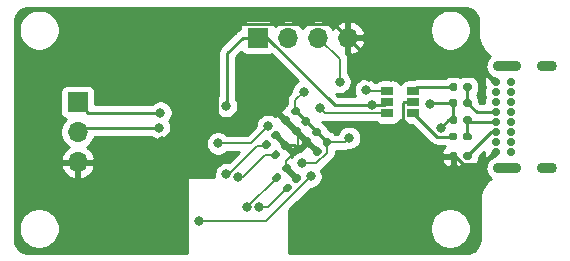
<source format=gbr>
%TF.GenerationSoftware,KiCad,Pcbnew,(5.1.10)-1*%
%TF.CreationDate,2022-11-03T02:13:26+01:00*%
%TF.ProjectId,can2usb,63616e32-7573-4622-9e6b-696361645f70,rev?*%
%TF.SameCoordinates,Original*%
%TF.FileFunction,Copper,L2,Bot*%
%TF.FilePolarity,Positive*%
%FSLAX46Y46*%
G04 Gerber Fmt 4.6, Leading zero omitted, Abs format (unit mm)*
G04 Created by KiCad (PCBNEW (5.1.10)-1) date 2022-11-03 02:13:26*
%MOMM*%
%LPD*%
G01*
G04 APERTURE LIST*
%TA.AperFunction,SMDPad,CuDef*%
%ADD10R,1.060000X0.650000*%
%TD*%
%TA.AperFunction,ComponentPad*%
%ADD11O,1.700000X0.900000*%
%TD*%
%TA.AperFunction,ComponentPad*%
%ADD12O,2.400000X0.900000*%
%TD*%
%TA.AperFunction,ComponentPad*%
%ADD13C,0.700000*%
%TD*%
%TA.AperFunction,ComponentPad*%
%ADD14O,1.700000X1.700000*%
%TD*%
%TA.AperFunction,ComponentPad*%
%ADD15R,1.700000X1.700000*%
%TD*%
%TA.AperFunction,ViaPad*%
%ADD16C,0.800000*%
%TD*%
%TA.AperFunction,Conductor*%
%ADD17C,0.250000*%
%TD*%
%TA.AperFunction,Conductor*%
%ADD18C,0.200000*%
%TD*%
%TA.AperFunction,Conductor*%
%ADD19C,0.254000*%
%TD*%
%TA.AperFunction,Conductor*%
%ADD20C,0.100000*%
%TD*%
G04 APERTURE END LIST*
%TO.P,C4,2*%
%TO.N,GND*%
%TA.AperFunction,SMDPad,CuDef*%
G36*
G01*
X136654978Y-83597819D02*
X136874181Y-83817022D01*
G75*
G02*
X136874181Y-84036226I-109602J-109602D01*
G01*
X136573660Y-84336747D01*
G75*
G02*
X136354456Y-84336747I-109602J109602D01*
G01*
X136135253Y-84117544D01*
G75*
G02*
X136135253Y-83898340I109602J109602D01*
G01*
X136435774Y-83597819D01*
G75*
G02*
X136654978Y-83597819I109602J-109602D01*
G01*
G37*
%TD.AperFunction*%
%TO.P,C4,1*%
%TO.N,+3V3*%
%TA.AperFunction,SMDPad,CuDef*%
G36*
G01*
X137457544Y-82795253D02*
X137676747Y-83014456D01*
G75*
G02*
X137676747Y-83233660I-109602J-109602D01*
G01*
X137376226Y-83534181D01*
G75*
G02*
X137157022Y-83534181I-109602J109602D01*
G01*
X136937819Y-83314978D01*
G75*
G02*
X136937819Y-83095774I109602J109602D01*
G01*
X137238340Y-82795253D01*
G75*
G02*
X137457544Y-82795253I109602J-109602D01*
G01*
G37*
%TD.AperFunction*%
%TD*%
D10*
%TO.P,U5,5*%
%TO.N,+5V*%
X142410000Y-79756000D03*
%TO.P,U5,6*%
%TO.N,USB_D-*%
X142410000Y-78806000D03*
%TO.P,U5,4*%
%TO.N,USB_D+*%
X142410000Y-80706000D03*
%TO.P,U5,3*%
%TO.N,USB_CONN_D+*%
X144610000Y-80706000D03*
%TO.P,U5,2*%
%TO.N,GND*%
X144610000Y-79756000D03*
%TO.P,U5,1*%
%TO.N,USB_CONN_D-*%
X144610000Y-78806000D03*
%TD*%
%TO.P,RCF2,2*%
%TO.N,+3V3*%
%TA.AperFunction,SMDPad,CuDef*%
G36*
G01*
X148350000Y-81120000D02*
X148350000Y-81440000D01*
G75*
G02*
X148190000Y-81600000I-160000J0D01*
G01*
X147795000Y-81600000D01*
G75*
G02*
X147635000Y-81440000I0J160000D01*
G01*
X147635000Y-81120000D01*
G75*
G02*
X147795000Y-80960000I160000J0D01*
G01*
X148190000Y-80960000D01*
G75*
G02*
X148350000Y-81120000I0J-160000D01*
G01*
G37*
%TD.AperFunction*%
%TO.P,RCF2,1*%
%TO.N,Net-(P1-PadA6)*%
%TA.AperFunction,SMDPad,CuDef*%
G36*
G01*
X149545000Y-81120000D02*
X149545000Y-81440000D01*
G75*
G02*
X149385000Y-81600000I-160000J0D01*
G01*
X148990000Y-81600000D01*
G75*
G02*
X148830000Y-81440000I0J160000D01*
G01*
X148830000Y-81120000D01*
G75*
G02*
X148990000Y-80960000I160000J0D01*
G01*
X149385000Y-80960000D01*
G75*
G02*
X149545000Y-81120000I0J-160000D01*
G01*
G37*
%TD.AperFunction*%
%TD*%
%TO.P,RCF1,2*%
%TO.N,+3V3*%
%TA.AperFunction,SMDPad,CuDef*%
G36*
G01*
X148350000Y-79659500D02*
X148350000Y-79979500D01*
G75*
G02*
X148190000Y-80139500I-160000J0D01*
G01*
X147795000Y-80139500D01*
G75*
G02*
X147635000Y-79979500I0J160000D01*
G01*
X147635000Y-79659500D01*
G75*
G02*
X147795000Y-79499500I160000J0D01*
G01*
X148190000Y-79499500D01*
G75*
G02*
X148350000Y-79659500I0J-160000D01*
G01*
G37*
%TD.AperFunction*%
%TO.P,RCF1,1*%
%TO.N,Net-(P1-PadA7)*%
%TA.AperFunction,SMDPad,CuDef*%
G36*
G01*
X149545000Y-79659500D02*
X149545000Y-79979500D01*
G75*
G02*
X149385000Y-80139500I-160000J0D01*
G01*
X148990000Y-80139500D01*
G75*
G02*
X148830000Y-79979500I0J160000D01*
G01*
X148830000Y-79659500D01*
G75*
G02*
X148990000Y-79499500I160000J0D01*
G01*
X149385000Y-79499500D01*
G75*
G02*
X149545000Y-79659500I0J-160000D01*
G01*
G37*
%TD.AperFunction*%
%TD*%
%TO.P,R7,2*%
%TO.N,USB_CONN_D+*%
%TA.AperFunction,SMDPad,CuDef*%
G36*
G01*
X148350000Y-82517000D02*
X148350000Y-82837000D01*
G75*
G02*
X148190000Y-82997000I-160000J0D01*
G01*
X147795000Y-82997000D01*
G75*
G02*
X147635000Y-82837000I0J160000D01*
G01*
X147635000Y-82517000D01*
G75*
G02*
X147795000Y-82357000I160000J0D01*
G01*
X148190000Y-82357000D01*
G75*
G02*
X148350000Y-82517000I0J-160000D01*
G01*
G37*
%TD.AperFunction*%
%TO.P,R7,1*%
%TO.N,Net-(P1-PadA6)*%
%TA.AperFunction,SMDPad,CuDef*%
G36*
G01*
X149545000Y-82517000D02*
X149545000Y-82837000D01*
G75*
G02*
X149385000Y-82997000I-160000J0D01*
G01*
X148990000Y-82997000D01*
G75*
G02*
X148830000Y-82837000I0J160000D01*
G01*
X148830000Y-82517000D01*
G75*
G02*
X148990000Y-82357000I160000J0D01*
G01*
X149385000Y-82357000D01*
G75*
G02*
X149545000Y-82517000I0J-160000D01*
G01*
G37*
%TD.AperFunction*%
%TD*%
%TO.P,R6,2*%
%TO.N,Net-(P1-PadA7)*%
%TA.AperFunction,SMDPad,CuDef*%
G36*
G01*
X148830000Y-78646000D02*
X148830000Y-78326000D01*
G75*
G02*
X148990000Y-78166000I160000J0D01*
G01*
X149385000Y-78166000D01*
G75*
G02*
X149545000Y-78326000I0J-160000D01*
G01*
X149545000Y-78646000D01*
G75*
G02*
X149385000Y-78806000I-160000J0D01*
G01*
X148990000Y-78806000D01*
G75*
G02*
X148830000Y-78646000I0J160000D01*
G01*
G37*
%TD.AperFunction*%
%TO.P,R6,1*%
%TO.N,USB_CONN_D-*%
%TA.AperFunction,SMDPad,CuDef*%
G36*
G01*
X147635000Y-78646000D02*
X147635000Y-78326000D01*
G75*
G02*
X147795000Y-78166000I160000J0D01*
G01*
X148190000Y-78166000D01*
G75*
G02*
X148350000Y-78326000I0J-160000D01*
G01*
X148350000Y-78646000D01*
G75*
G02*
X148190000Y-78806000I-160000J0D01*
G01*
X147795000Y-78806000D01*
G75*
G02*
X147635000Y-78646000I0J160000D01*
G01*
G37*
%TD.AperFunction*%
%TD*%
%TO.P,R1,2*%
%TO.N,GND*%
%TA.AperFunction,SMDPad,CuDef*%
G36*
G01*
X148350000Y-84168000D02*
X148350000Y-84488000D01*
G75*
G02*
X148190000Y-84648000I-160000J0D01*
G01*
X147795000Y-84648000D01*
G75*
G02*
X147635000Y-84488000I0J160000D01*
G01*
X147635000Y-84168000D01*
G75*
G02*
X147795000Y-84008000I160000J0D01*
G01*
X148190000Y-84008000D01*
G75*
G02*
X148350000Y-84168000I0J-160000D01*
G01*
G37*
%TD.AperFunction*%
%TO.P,R1,1*%
%TO.N,Net-(P1-PadA5)*%
%TA.AperFunction,SMDPad,CuDef*%
G36*
G01*
X149545000Y-84168000D02*
X149545000Y-84488000D01*
G75*
G02*
X149385000Y-84648000I-160000J0D01*
G01*
X148990000Y-84648000D01*
G75*
G02*
X148830000Y-84488000I0J160000D01*
G01*
X148830000Y-84168000D01*
G75*
G02*
X148990000Y-84008000I160000J0D01*
G01*
X149385000Y-84008000D01*
G75*
G02*
X149545000Y-84168000I0J-160000D01*
G01*
G37*
%TD.AperFunction*%
%TD*%
D11*
%TO.P,P1,S1*%
%TO.N,Net-(P1-PadS1)*%
X155934500Y-76710500D03*
X155934500Y-85360500D03*
D12*
X152554500Y-76710500D03*
X152554500Y-85360500D03*
D13*
%TO.P,P1,B6*%
%TO.N,N/C*%
X152924500Y-80610500D03*
%TO.P,P1,B1*%
%TO.N,GND*%
X152924500Y-78060500D03*
%TO.P,P1,B4*%
%TO.N,Net-(F1-Pad1)*%
X152924500Y-78910500D03*
%TO.P,P1,B5*%
%TO.N,N/C*%
X152924500Y-79760500D03*
%TO.P,P1,B12*%
%TO.N,GND*%
X152924500Y-84010500D03*
%TO.P,P1,B8*%
%TO.N,N/C*%
X152924500Y-82310500D03*
%TO.P,P1,B7*%
X152924500Y-81460500D03*
%TO.P,P1,B9*%
%TO.N,Net-(F1-Pad1)*%
X152924500Y-83160500D03*
%TO.P,P1,A12*%
%TO.N,GND*%
X151574500Y-78060500D03*
%TO.P,P1,A9*%
%TO.N,Net-(F1-Pad1)*%
X151574500Y-78910500D03*
%TO.P,P1,A8*%
%TO.N,N/C*%
X151574500Y-79760500D03*
%TO.P,P1,A7*%
%TO.N,Net-(P1-PadA7)*%
X151574500Y-80610500D03*
%TO.P,P1,A6*%
%TO.N,Net-(P1-PadA6)*%
X151574500Y-81460500D03*
%TO.P,P1,A5*%
%TO.N,Net-(P1-PadA5)*%
X151574500Y-82310500D03*
%TO.P,P1,A4*%
%TO.N,Net-(F1-Pad1)*%
X151574500Y-83160500D03*
%TO.P,P1,A1*%
%TO.N,GND*%
X151574500Y-84010500D03*
%TD*%
D14*
%TO.P,J2,3*%
%TO.N,GND*%
X116205000Y-84836000D03*
%TO.P,J2,2*%
%TO.N,CAN_H*%
X116205000Y-82296000D03*
D15*
%TO.P,J2,1*%
%TO.N,CAN_L*%
X116205000Y-79756000D03*
%TD*%
D14*
%TO.P,J1,4*%
%TO.N,GND*%
X139065000Y-74295000D03*
%TO.P,J1,3*%
%TO.N,SWDIO*%
X136525000Y-74295000D03*
%TO.P,J1,2*%
%TO.N,SWCLK*%
X133985000Y-74295000D03*
D15*
%TO.P,J1,1*%
%TO.N,+5V*%
X131445000Y-74295000D03*
%TD*%
%TO.P,C8,2*%
%TO.N,GND*%
%TA.AperFunction,SMDPad,CuDef*%
G36*
G01*
X133601022Y-83788181D02*
X133381819Y-83568978D01*
G75*
G02*
X133381819Y-83349774I109602J109602D01*
G01*
X133682340Y-83049253D01*
G75*
G02*
X133901544Y-83049253I109602J-109602D01*
G01*
X134120747Y-83268456D01*
G75*
G02*
X134120747Y-83487660I-109602J-109602D01*
G01*
X133820226Y-83788181D01*
G75*
G02*
X133601022Y-83788181I-109602J109602D01*
G01*
G37*
%TD.AperFunction*%
%TO.P,C8,1*%
%TO.N,L_OSC_OUT*%
%TA.AperFunction,SMDPad,CuDef*%
G36*
G01*
X132798456Y-84590747D02*
X132579253Y-84371544D01*
G75*
G02*
X132579253Y-84152340I109602J109602D01*
G01*
X132879774Y-83851819D01*
G75*
G02*
X133098978Y-83851819I109602J-109602D01*
G01*
X133318181Y-84071022D01*
G75*
G02*
X133318181Y-84290226I-109602J-109602D01*
G01*
X133017660Y-84590747D01*
G75*
G02*
X132798456Y-84590747I-109602J109602D01*
G01*
G37*
%TD.AperFunction*%
%TD*%
%TO.P,C7,2*%
%TO.N,GND*%
%TA.AperFunction,SMDPad,CuDef*%
G36*
G01*
X132818739Y-82919464D02*
X132599536Y-82700261D01*
G75*
G02*
X132599536Y-82481057I109602J109602D01*
G01*
X132900057Y-82180536D01*
G75*
G02*
X133119261Y-82180536I109602J-109602D01*
G01*
X133338464Y-82399739D01*
G75*
G02*
X133338464Y-82618943I-109602J-109602D01*
G01*
X133037943Y-82919464D01*
G75*
G02*
X132818739Y-82919464I-109602J109602D01*
G01*
G37*
%TD.AperFunction*%
%TO.P,C7,1*%
%TO.N,L_OSC_IN*%
%TA.AperFunction,SMDPad,CuDef*%
G36*
G01*
X132016173Y-83722030D02*
X131796970Y-83502827D01*
G75*
G02*
X131796970Y-83283623I109602J109602D01*
G01*
X132097491Y-82983102D01*
G75*
G02*
X132316695Y-82983102I109602J-109602D01*
G01*
X132535898Y-83202305D01*
G75*
G02*
X132535898Y-83421509I-109602J-109602D01*
G01*
X132235377Y-83722030D01*
G75*
G02*
X132016173Y-83722030I-109602J109602D01*
G01*
G37*
%TD.AperFunction*%
%TD*%
%TO.P,C6,2*%
%TO.N,GND*%
%TA.AperFunction,SMDPad,CuDef*%
G36*
G01*
X134596739Y-86602464D02*
X134377536Y-86383261D01*
G75*
G02*
X134377536Y-86164057I109602J109602D01*
G01*
X134678057Y-85863536D01*
G75*
G02*
X134897261Y-85863536I109602J-109602D01*
G01*
X135116464Y-86082739D01*
G75*
G02*
X135116464Y-86301943I-109602J-109602D01*
G01*
X134815943Y-86602464D01*
G75*
G02*
X134596739Y-86602464I-109602J109602D01*
G01*
G37*
%TD.AperFunction*%
%TO.P,C6,1*%
%TO.N,OSC_OUT*%
%TA.AperFunction,SMDPad,CuDef*%
G36*
G01*
X133794173Y-87405030D02*
X133574970Y-87185827D01*
G75*
G02*
X133574970Y-86966623I109602J109602D01*
G01*
X133875491Y-86666102D01*
G75*
G02*
X134094695Y-86666102I109602J-109602D01*
G01*
X134313898Y-86885305D01*
G75*
G02*
X134313898Y-87104509I-109602J-109602D01*
G01*
X134013377Y-87405030D01*
G75*
G02*
X133794173Y-87405030I-109602J109602D01*
G01*
G37*
%TD.AperFunction*%
%TD*%
%TO.P,C5,2*%
%TO.N,GND*%
%TA.AperFunction,SMDPad,CuDef*%
G36*
G01*
X133707739Y-85713464D02*
X133488536Y-85494261D01*
G75*
G02*
X133488536Y-85275057I109602J109602D01*
G01*
X133789057Y-84974536D01*
G75*
G02*
X134008261Y-84974536I109602J-109602D01*
G01*
X134227464Y-85193739D01*
G75*
G02*
X134227464Y-85412943I-109602J-109602D01*
G01*
X133926943Y-85713464D01*
G75*
G02*
X133707739Y-85713464I-109602J109602D01*
G01*
G37*
%TD.AperFunction*%
%TO.P,C5,1*%
%TO.N,OSC_IN*%
%TA.AperFunction,SMDPad,CuDef*%
G36*
G01*
X132905173Y-86516030D02*
X132685970Y-86296827D01*
G75*
G02*
X132685970Y-86077623I109602J109602D01*
G01*
X132986491Y-85777102D01*
G75*
G02*
X133205695Y-85777102I109602J-109602D01*
G01*
X133424898Y-85996305D01*
G75*
G02*
X133424898Y-86215509I-109602J-109602D01*
G01*
X133124377Y-86516030D01*
G75*
G02*
X132905173Y-86516030I-109602J109602D01*
G01*
G37*
%TD.AperFunction*%
%TD*%
%TO.P,C3,2*%
%TO.N,GND*%
%TA.AperFunction,SMDPad,CuDef*%
G36*
G01*
X135745695Y-82729102D02*
X135964898Y-82948305D01*
G75*
G02*
X135964898Y-83167509I-109602J-109602D01*
G01*
X135664377Y-83468030D01*
G75*
G02*
X135445173Y-83468030I-109602J109602D01*
G01*
X135225970Y-83248827D01*
G75*
G02*
X135225970Y-83029623I109602J109602D01*
G01*
X135526491Y-82729102D01*
G75*
G02*
X135745695Y-82729102I109602J-109602D01*
G01*
G37*
%TD.AperFunction*%
%TO.P,C3,1*%
%TO.N,+3V3*%
%TA.AperFunction,SMDPad,CuDef*%
G36*
G01*
X136548261Y-81926536D02*
X136767464Y-82145739D01*
G75*
G02*
X136767464Y-82364943I-109602J-109602D01*
G01*
X136466943Y-82665464D01*
G75*
G02*
X136247739Y-82665464I-109602J109602D01*
G01*
X136028536Y-82446261D01*
G75*
G02*
X136028536Y-82227057I109602J109602D01*
G01*
X136329057Y-81926536D01*
G75*
G02*
X136548261Y-81926536I109602J-109602D01*
G01*
G37*
%TD.AperFunction*%
%TD*%
%TO.P,C2,2*%
%TO.N,GND*%
%TA.AperFunction,SMDPad,CuDef*%
G36*
G01*
X134856695Y-81840102D02*
X135075898Y-82059305D01*
G75*
G02*
X135075898Y-82278509I-109602J-109602D01*
G01*
X134775377Y-82579030D01*
G75*
G02*
X134556173Y-82579030I-109602J109602D01*
G01*
X134336970Y-82359827D01*
G75*
G02*
X134336970Y-82140623I109602J109602D01*
G01*
X134637491Y-81840102D01*
G75*
G02*
X134856695Y-81840102I109602J-109602D01*
G01*
G37*
%TD.AperFunction*%
%TO.P,C2,1*%
%TO.N,+3V3*%
%TA.AperFunction,SMDPad,CuDef*%
G36*
G01*
X135659261Y-81037536D02*
X135878464Y-81256739D01*
G75*
G02*
X135878464Y-81475943I-109602J-109602D01*
G01*
X135577943Y-81776464D01*
G75*
G02*
X135358739Y-81776464I-109602J109602D01*
G01*
X135139536Y-81557261D01*
G75*
G02*
X135139536Y-81338057I109602J109602D01*
G01*
X135440057Y-81037536D01*
G75*
G02*
X135659261Y-81037536I109602J-109602D01*
G01*
G37*
%TD.AperFunction*%
%TD*%
%TO.P,C1,2*%
%TO.N,GND*%
%TA.AperFunction,SMDPad,CuDef*%
G36*
G01*
X133967695Y-80951102D02*
X134186898Y-81170305D01*
G75*
G02*
X134186898Y-81389509I-109602J-109602D01*
G01*
X133886377Y-81690030D01*
G75*
G02*
X133667173Y-81690030I-109602J109602D01*
G01*
X133447970Y-81470827D01*
G75*
G02*
X133447970Y-81251623I109602J109602D01*
G01*
X133748491Y-80951102D01*
G75*
G02*
X133967695Y-80951102I109602J-109602D01*
G01*
G37*
%TD.AperFunction*%
%TO.P,C1,1*%
%TO.N,+3V3*%
%TA.AperFunction,SMDPad,CuDef*%
G36*
G01*
X134770261Y-80148536D02*
X134989464Y-80367739D01*
G75*
G02*
X134989464Y-80586943I-109602J-109602D01*
G01*
X134688943Y-80887464D01*
G75*
G02*
X134469739Y-80887464I-109602J109602D01*
G01*
X134250536Y-80668261D01*
G75*
G02*
X134250536Y-80449057I109602J109602D01*
G01*
X134551057Y-80148536D01*
G75*
G02*
X134770261Y-80148536I109602J-109602D01*
G01*
G37*
%TD.AperFunction*%
%TD*%
D16*
%TO.N,GND*%
X142748000Y-77597000D03*
X140843000Y-77597000D03*
X128270000Y-73406000D03*
X134810500Y-83756500D03*
X128016000Y-81597500D03*
X123317000Y-83058000D03*
X121666000Y-86487000D03*
%TO.N,+3V3*%
X146050000Y-79883000D03*
X135317000Y-78889117D03*
X146939000Y-81915000D03*
X139175713Y-82775613D03*
X135186361Y-84923250D03*
%TO.N,OSC_IN*%
X130556000Y-88646000D03*
%TO.N,OSC_OUT*%
X131572000Y-88646000D03*
%TO.N,L_OSC_IN*%
X128778000Y-85852000D03*
%TO.N,L_OSC_OUT*%
X129794000Y-86106000D03*
%TO.N,+5V*%
X141097000Y-80010000D03*
X128741000Y-80075000D03*
%TO.N,TERMINATOR_SW*%
X135909200Y-86051526D03*
X126492000Y-89789000D03*
%TO.N,USB_D-*%
X140589000Y-78740000D03*
%TO.N,USB_D+*%
X136739753Y-80293601D03*
%TO.N,CAN_H*%
X123063000Y-81915000D03*
%TO.N,CAN_RX*%
X128079500Y-83248500D03*
X132290662Y-81796434D03*
%TO.N,CAN_L*%
X123190000Y-80645000D03*
%TO.N,SWDIO*%
X138369233Y-78040000D03*
%TD*%
D17*
%TO.N,GND*%
X150611990Y-84973010D02*
X151574500Y-84010500D01*
X148789100Y-84973010D02*
X150611990Y-84973010D01*
X148144090Y-84328000D02*
X148789100Y-84973010D01*
X147992500Y-84328000D02*
X148144090Y-84328000D01*
X143830000Y-79756000D02*
X144610000Y-79756000D01*
X143754999Y-81291001D02*
X143754999Y-79831001D01*
X143754999Y-79831001D02*
X143830000Y-79756000D01*
X146791998Y-84328000D02*
X143754999Y-81291001D01*
X147992500Y-84328000D02*
X146791998Y-84328000D01*
D18*
X142647999Y-77496999D02*
X142748000Y-77597000D01*
D17*
X140843000Y-77597000D02*
X141478000Y-77597000D01*
X141478000Y-77597000D02*
X142748000Y-77597000D01*
X141224000Y-77597000D02*
X141478000Y-77597000D01*
X140843000Y-76073000D02*
X139065000Y-74295000D01*
X140843000Y-77597000D02*
X140843000Y-76073000D01*
X133858000Y-81320566D02*
X133817434Y-81320566D01*
X136504717Y-83967283D02*
X133858000Y-81320566D01*
X137889999Y-73119999D02*
X139065000Y-74295000D01*
X128270000Y-73406000D02*
X128556001Y-73119999D01*
D18*
X130379999Y-73119999D02*
X130842001Y-73119999D01*
D17*
X130842001Y-73119999D02*
X137889999Y-73119999D01*
X128556001Y-73119999D02*
X130842001Y-73119999D01*
D18*
X133203206Y-80706338D02*
X133817434Y-81320566D01*
X134810500Y-82313632D02*
X134706434Y-82209566D01*
X134810500Y-83756500D02*
X134810500Y-82313632D01*
D17*
X128016000Y-73660000D02*
X128270000Y-73406000D01*
X128016000Y-81597500D02*
X128016000Y-73660000D01*
X124777500Y-81597500D02*
X128016000Y-81597500D01*
X123317000Y-83058000D02*
X124777500Y-81597500D01*
X132969000Y-82636434D02*
X133751283Y-83418717D01*
X132969000Y-82550000D02*
X132969000Y-82636434D01*
X134472717Y-83418717D02*
X134810500Y-83756500D01*
X133751283Y-83418717D02*
X134472717Y-83418717D01*
D18*
X134747000Y-86233000D02*
X133858000Y-85344000D01*
X133858000Y-84709000D02*
X134810500Y-83756500D01*
X133858000Y-85344000D02*
X133858000Y-84709000D01*
D17*
X121539000Y-84836000D02*
X123317000Y-83058000D01*
X116205000Y-84836000D02*
X121539000Y-84836000D01*
X121666000Y-84963000D02*
X121539000Y-84836000D01*
X121666000Y-86487000D02*
X121666000Y-84963000D01*
%TO.N,+3V3*%
X147992500Y-79819500D02*
X147992500Y-81280000D01*
X146113500Y-79819500D02*
X146050000Y-79883000D01*
X147992500Y-79819500D02*
X146113500Y-79819500D01*
X147574000Y-81280000D02*
X146939000Y-81915000D01*
X147992500Y-81280000D02*
X147574000Y-81280000D01*
X134660566Y-80518000D02*
X134620000Y-80518000D01*
X137307283Y-83164717D02*
X134660566Y-80518000D01*
D18*
X134620000Y-79586117D02*
X135317000Y-78889117D01*
X134620000Y-80518000D02*
X134620000Y-79586117D01*
X138786609Y-83164717D02*
X139175713Y-82775613D01*
X137307283Y-83164717D02*
X138786609Y-83164717D01*
X137307283Y-84027403D02*
X137307283Y-83164717D01*
X136411436Y-84923250D02*
X137307283Y-84027403D01*
X135186361Y-84923250D02*
X136411436Y-84923250D01*
%TO.N,OSC_IN*%
X133055434Y-86146566D02*
X130556000Y-88646000D01*
%TO.N,OSC_OUT*%
X132334000Y-88646000D02*
X133944434Y-87035566D01*
X131572000Y-88646000D02*
X132334000Y-88646000D01*
%TO.N,L_OSC_IN*%
X132166434Y-83352566D02*
X132166434Y-83479566D01*
X129011998Y-85852000D02*
X128778000Y-85852000D01*
X131384432Y-83479566D02*
X129011998Y-85852000D01*
X132166434Y-83479566D02*
X131384432Y-83479566D01*
%TO.N,L_OSC_OUT*%
X132948717Y-84221283D02*
X132059717Y-84221283D01*
X130175000Y-86106000D02*
X129794000Y-86106000D01*
X132059717Y-84221283D02*
X130175000Y-86106000D01*
D17*
%TO.N,+5V*%
X142156000Y-80010000D02*
X142410000Y-79756000D01*
X141097000Y-80010000D02*
X142156000Y-80010000D01*
X132245998Y-74295000D02*
X131445000Y-74295000D01*
X137960998Y-80010000D02*
X132245998Y-74295000D01*
X141097000Y-80010000D02*
X137960998Y-80010000D01*
X131445000Y-74295000D02*
X130175000Y-74295000D01*
X128877211Y-79938789D02*
X128741000Y-80075000D01*
X128877211Y-75592789D02*
X128877211Y-79938789D01*
X130175000Y-74295000D02*
X128877211Y-75592789D01*
D18*
%TO.N,TERMINATOR_SW*%
X135909200Y-86051526D02*
X134348363Y-87612363D01*
X132171726Y-89789000D02*
X134221363Y-87739363D01*
X126492000Y-89789000D02*
X132171726Y-89789000D01*
X134221363Y-87739363D02*
X134112000Y-87848726D01*
X134348363Y-87612363D02*
X134221363Y-87739363D01*
D17*
%TO.N,Net-(P1-PadA7)*%
X149978500Y-80610500D02*
X149187500Y-79819500D01*
X151574500Y-80610500D02*
X149978500Y-80610500D01*
X149187500Y-79819500D02*
X149187500Y-78486000D01*
D18*
%TO.N,USB_D-*%
X140655000Y-78806000D02*
X140589000Y-78740000D01*
X142410000Y-78806000D02*
X140655000Y-78806000D01*
%TO.N,USB_D+*%
X142410000Y-80706000D02*
X142405999Y-80710001D01*
X137156153Y-80710001D02*
X136739753Y-80293601D01*
X142405999Y-80710001D02*
X137156153Y-80710001D01*
D17*
%TO.N,Net-(P1-PadA6)*%
X149368000Y-81460500D02*
X149187500Y-81280000D01*
X151574500Y-81460500D02*
X149368000Y-81460500D01*
X149187500Y-82677000D02*
X149187500Y-81280000D01*
%TO.N,CAN_H*%
X116586000Y-81915000D02*
X116205000Y-82296000D01*
X123063000Y-81915000D02*
X116586000Y-81915000D01*
D18*
%TO.N,CAN_RX*%
X130838596Y-83248500D02*
X132290662Y-81796434D01*
X128079500Y-83248500D02*
X130838596Y-83248500D01*
D17*
%TO.N,CAN_L*%
X117094000Y-80645000D02*
X116205000Y-79756000D01*
X123190000Y-80645000D02*
X117094000Y-80645000D01*
%TO.N,Net-(P1-PadA5)*%
X151205000Y-82310500D02*
X151574500Y-82310500D01*
X149187500Y-84328000D02*
X151205000Y-82310500D01*
D18*
%TO.N,SWDIO*%
X138369233Y-76139233D02*
X136525000Y-74295000D01*
X138369233Y-78040000D02*
X138369233Y-76139233D01*
D17*
%TO.N,USB_CONN_D-*%
X144930000Y-78486000D02*
X144610000Y-78806000D01*
X147992500Y-78486000D02*
X144930000Y-78486000D01*
%TO.N,USB_CONN_D+*%
X146581000Y-82677000D02*
X144610000Y-80706000D01*
X147992500Y-82677000D02*
X146581000Y-82677000D01*
%TD*%
D19*
%TO.N,GND*%
X143549463Y-81385494D02*
X143628815Y-81482185D01*
X143725506Y-81561537D01*
X143835820Y-81620502D01*
X143955518Y-81656812D01*
X144080000Y-81669072D01*
X144498271Y-81669072D01*
X146017201Y-83188003D01*
X146040999Y-83217001D01*
X146069997Y-83240799D01*
X146156723Y-83311974D01*
X146246754Y-83360097D01*
X146288753Y-83382546D01*
X146432014Y-83426003D01*
X146543667Y-83437000D01*
X146543677Y-83437000D01*
X146581000Y-83440676D01*
X146618323Y-83437000D01*
X147274152Y-83437000D01*
X147306515Y-83463560D01*
X147280506Y-83477463D01*
X147183815Y-83556815D01*
X147104463Y-83653506D01*
X147045498Y-83763820D01*
X147009188Y-83883518D01*
X146996928Y-84008000D01*
X147000000Y-84042250D01*
X147158750Y-84201000D01*
X147865500Y-84201000D01*
X147865500Y-84181000D01*
X148119500Y-84181000D01*
X148119500Y-84201000D01*
X148139500Y-84201000D01*
X148139500Y-84455000D01*
X148119500Y-84455000D01*
X148119500Y-85124250D01*
X148278250Y-85283000D01*
X148350000Y-85286072D01*
X148474482Y-85273812D01*
X148594180Y-85237502D01*
X148650778Y-85207249D01*
X148684591Y-85225322D01*
X148834304Y-85270737D01*
X148990000Y-85286072D01*
X149385000Y-85286072D01*
X149540696Y-85270737D01*
X149690409Y-85225322D01*
X149828385Y-85151573D01*
X149949322Y-85052322D01*
X150048573Y-84931385D01*
X150122322Y-84793409D01*
X150167737Y-84643696D01*
X150183072Y-84488000D01*
X150183072Y-84407229D01*
X150589548Y-84000753D01*
X150588687Y-84098864D01*
X150624868Y-84289489D01*
X150697543Y-84469393D01*
X150705733Y-84484716D01*
X150903983Y-84501412D01*
X151295996Y-84109399D01*
X151477486Y-84145500D01*
X151647390Y-84145500D01*
X151588643Y-84204248D01*
X151574500Y-84190105D01*
X151421851Y-84342754D01*
X151387280Y-84353241D01*
X151198790Y-84453991D01*
X151033578Y-84589578D01*
X150897991Y-84754790D01*
X150797241Y-84943280D01*
X150735200Y-85147803D01*
X150714251Y-85360500D01*
X150735200Y-85573197D01*
X150797241Y-85777720D01*
X150897991Y-85966210D01*
X151033578Y-86131422D01*
X151151297Y-86228032D01*
X150971684Y-86376621D01*
X150929543Y-86419058D01*
X150886793Y-86460921D01*
X150880919Y-86468021D01*
X150661602Y-86736931D01*
X150628510Y-86786740D01*
X150594703Y-86836112D01*
X150590321Y-86844218D01*
X150427412Y-87150606D01*
X150404611Y-87205926D01*
X150381051Y-87260894D01*
X150378326Y-87269697D01*
X150278031Y-87601891D01*
X150266412Y-87660571D01*
X150253975Y-87719081D01*
X150253012Y-87728246D01*
X150219150Y-88073595D01*
X150219150Y-88073608D01*
X150216001Y-88105581D01*
X150216000Y-91407721D01*
X150191603Y-91656540D01*
X150128717Y-91864830D01*
X150026572Y-92056938D01*
X149889052Y-92225554D01*
X149721409Y-92364240D01*
X149530017Y-92467725D01*
X149322166Y-92532066D01*
X149075419Y-92558000D01*
X134112000Y-92558000D01*
X134112000Y-90288117D01*
X146001000Y-90288117D01*
X146001000Y-90629883D01*
X146067675Y-90965081D01*
X146198463Y-91280831D01*
X146388337Y-91564998D01*
X146630002Y-91806663D01*
X146914169Y-91996537D01*
X147229919Y-92127325D01*
X147565117Y-92194000D01*
X147906883Y-92194000D01*
X148242081Y-92127325D01*
X148557831Y-91996537D01*
X148841998Y-91806663D01*
X149083663Y-91564998D01*
X149273537Y-91280831D01*
X149404325Y-90965081D01*
X149471000Y-90629883D01*
X149471000Y-90288117D01*
X149404325Y-89952919D01*
X149273537Y-89637169D01*
X149083663Y-89353002D01*
X148841998Y-89111337D01*
X148557831Y-88921463D01*
X148242081Y-88790675D01*
X147906883Y-88724000D01*
X147565117Y-88724000D01*
X147229919Y-88790675D01*
X146914169Y-88921463D01*
X146630002Y-89111337D01*
X146388337Y-89353002D01*
X146198463Y-89637169D01*
X146067675Y-89952919D01*
X146001000Y-90288117D01*
X134112000Y-90288117D01*
X134112000Y-88888173D01*
X134766616Y-88233557D01*
X134766621Y-88233551D01*
X134893616Y-88106556D01*
X135913647Y-87086526D01*
X136011139Y-87086526D01*
X136211098Y-87046752D01*
X136399456Y-86968731D01*
X136568974Y-86855463D01*
X136713137Y-86711300D01*
X136826405Y-86541782D01*
X136904426Y-86353424D01*
X136944200Y-86153465D01*
X136944200Y-85949587D01*
X136904426Y-85749628D01*
X136826405Y-85561270D01*
X136813398Y-85541804D01*
X136821756Y-85537337D01*
X136933674Y-85445488D01*
X136956694Y-85417438D01*
X137726132Y-84648000D01*
X146996928Y-84648000D01*
X147009188Y-84772482D01*
X147045498Y-84892180D01*
X147104463Y-85002494D01*
X147183815Y-85099185D01*
X147280506Y-85178537D01*
X147390820Y-85237502D01*
X147510518Y-85273812D01*
X147635000Y-85286072D01*
X147706750Y-85283000D01*
X147865500Y-85124250D01*
X147865500Y-84455000D01*
X147158750Y-84455000D01*
X147000000Y-84613750D01*
X146996928Y-84648000D01*
X137726132Y-84648000D01*
X137801480Y-84572653D01*
X137829520Y-84549641D01*
X137852533Y-84521600D01*
X137852536Y-84521597D01*
X137891821Y-84473728D01*
X137921370Y-84437723D01*
X137989620Y-84310036D01*
X138031648Y-84171488D01*
X138042283Y-84063508D01*
X138042283Y-84063507D01*
X138045839Y-84027403D01*
X138042283Y-83991298D01*
X138042283Y-83899717D01*
X138750504Y-83899717D01*
X138786609Y-83903273D01*
X138822714Y-83899717D01*
X138930694Y-83889082D01*
X139069242Y-83847054D01*
X139137418Y-83810613D01*
X139277652Y-83810613D01*
X139477611Y-83770839D01*
X139665969Y-83692818D01*
X139835487Y-83579550D01*
X139979650Y-83435387D01*
X140092918Y-83265869D01*
X140170939Y-83077511D01*
X140210713Y-82877552D01*
X140210713Y-82673674D01*
X140170939Y-82473715D01*
X140092918Y-82285357D01*
X139979650Y-82115839D01*
X139835487Y-81971676D01*
X139665969Y-81858408D01*
X139477611Y-81780387D01*
X139277652Y-81740613D01*
X139073774Y-81740613D01*
X138873815Y-81780387D01*
X138685457Y-81858408D01*
X138515939Y-81971676D01*
X138371776Y-82115839D01*
X138258508Y-82285357D01*
X138198712Y-82429717D01*
X137994378Y-82429717D01*
X137908729Y-82344068D01*
X137788549Y-82245440D01*
X137651438Y-82172152D01*
X137502663Y-82127022D01*
X137437665Y-82120620D01*
X137435695Y-82100620D01*
X137390565Y-81951845D01*
X137317277Y-81814734D01*
X137218649Y-81694554D01*
X136999446Y-81475351D01*
X136912820Y-81404260D01*
X137012068Y-81434366D01*
X137156153Y-81448557D01*
X137192258Y-81445001D01*
X141398299Y-81445001D01*
X141428815Y-81482185D01*
X141525506Y-81561537D01*
X141635820Y-81620502D01*
X141755518Y-81656812D01*
X141880000Y-81669072D01*
X142940000Y-81669072D01*
X143064482Y-81656812D01*
X143184180Y-81620502D01*
X143294494Y-81561537D01*
X143391185Y-81482185D01*
X143470537Y-81385494D01*
X143510000Y-81311665D01*
X143549463Y-81385494D01*
%TA.AperFunction,Conductor*%
D20*
G36*
X143549463Y-81385494D02*
G01*
X143628815Y-81482185D01*
X143725506Y-81561537D01*
X143835820Y-81620502D01*
X143955518Y-81656812D01*
X144080000Y-81669072D01*
X144498271Y-81669072D01*
X146017201Y-83188003D01*
X146040999Y-83217001D01*
X146069997Y-83240799D01*
X146156723Y-83311974D01*
X146246754Y-83360097D01*
X146288753Y-83382546D01*
X146432014Y-83426003D01*
X146543667Y-83437000D01*
X146543677Y-83437000D01*
X146581000Y-83440676D01*
X146618323Y-83437000D01*
X147274152Y-83437000D01*
X147306515Y-83463560D01*
X147280506Y-83477463D01*
X147183815Y-83556815D01*
X147104463Y-83653506D01*
X147045498Y-83763820D01*
X147009188Y-83883518D01*
X146996928Y-84008000D01*
X147000000Y-84042250D01*
X147158750Y-84201000D01*
X147865500Y-84201000D01*
X147865500Y-84181000D01*
X148119500Y-84181000D01*
X148119500Y-84201000D01*
X148139500Y-84201000D01*
X148139500Y-84455000D01*
X148119500Y-84455000D01*
X148119500Y-85124250D01*
X148278250Y-85283000D01*
X148350000Y-85286072D01*
X148474482Y-85273812D01*
X148594180Y-85237502D01*
X148650778Y-85207249D01*
X148684591Y-85225322D01*
X148834304Y-85270737D01*
X148990000Y-85286072D01*
X149385000Y-85286072D01*
X149540696Y-85270737D01*
X149690409Y-85225322D01*
X149828385Y-85151573D01*
X149949322Y-85052322D01*
X150048573Y-84931385D01*
X150122322Y-84793409D01*
X150167737Y-84643696D01*
X150183072Y-84488000D01*
X150183072Y-84407229D01*
X150589548Y-84000753D01*
X150588687Y-84098864D01*
X150624868Y-84289489D01*
X150697543Y-84469393D01*
X150705733Y-84484716D01*
X150903983Y-84501412D01*
X151295996Y-84109399D01*
X151477486Y-84145500D01*
X151647390Y-84145500D01*
X151588643Y-84204248D01*
X151574500Y-84190105D01*
X151421851Y-84342754D01*
X151387280Y-84353241D01*
X151198790Y-84453991D01*
X151033578Y-84589578D01*
X150897991Y-84754790D01*
X150797241Y-84943280D01*
X150735200Y-85147803D01*
X150714251Y-85360500D01*
X150735200Y-85573197D01*
X150797241Y-85777720D01*
X150897991Y-85966210D01*
X151033578Y-86131422D01*
X151151297Y-86228032D01*
X150971684Y-86376621D01*
X150929543Y-86419058D01*
X150886793Y-86460921D01*
X150880919Y-86468021D01*
X150661602Y-86736931D01*
X150628510Y-86786740D01*
X150594703Y-86836112D01*
X150590321Y-86844218D01*
X150427412Y-87150606D01*
X150404611Y-87205926D01*
X150381051Y-87260894D01*
X150378326Y-87269697D01*
X150278031Y-87601891D01*
X150266412Y-87660571D01*
X150253975Y-87719081D01*
X150253012Y-87728246D01*
X150219150Y-88073595D01*
X150219150Y-88073608D01*
X150216001Y-88105581D01*
X150216000Y-91407721D01*
X150191603Y-91656540D01*
X150128717Y-91864830D01*
X150026572Y-92056938D01*
X149889052Y-92225554D01*
X149721409Y-92364240D01*
X149530017Y-92467725D01*
X149322166Y-92532066D01*
X149075419Y-92558000D01*
X134112000Y-92558000D01*
X134112000Y-90288117D01*
X146001000Y-90288117D01*
X146001000Y-90629883D01*
X146067675Y-90965081D01*
X146198463Y-91280831D01*
X146388337Y-91564998D01*
X146630002Y-91806663D01*
X146914169Y-91996537D01*
X147229919Y-92127325D01*
X147565117Y-92194000D01*
X147906883Y-92194000D01*
X148242081Y-92127325D01*
X148557831Y-91996537D01*
X148841998Y-91806663D01*
X149083663Y-91564998D01*
X149273537Y-91280831D01*
X149404325Y-90965081D01*
X149471000Y-90629883D01*
X149471000Y-90288117D01*
X149404325Y-89952919D01*
X149273537Y-89637169D01*
X149083663Y-89353002D01*
X148841998Y-89111337D01*
X148557831Y-88921463D01*
X148242081Y-88790675D01*
X147906883Y-88724000D01*
X147565117Y-88724000D01*
X147229919Y-88790675D01*
X146914169Y-88921463D01*
X146630002Y-89111337D01*
X146388337Y-89353002D01*
X146198463Y-89637169D01*
X146067675Y-89952919D01*
X146001000Y-90288117D01*
X134112000Y-90288117D01*
X134112000Y-88888173D01*
X134766616Y-88233557D01*
X134766621Y-88233551D01*
X134893616Y-88106556D01*
X135913647Y-87086526D01*
X136011139Y-87086526D01*
X136211098Y-87046752D01*
X136399456Y-86968731D01*
X136568974Y-86855463D01*
X136713137Y-86711300D01*
X136826405Y-86541782D01*
X136904426Y-86353424D01*
X136944200Y-86153465D01*
X136944200Y-85949587D01*
X136904426Y-85749628D01*
X136826405Y-85561270D01*
X136813398Y-85541804D01*
X136821756Y-85537337D01*
X136933674Y-85445488D01*
X136956694Y-85417438D01*
X137726132Y-84648000D01*
X146996928Y-84648000D01*
X147009188Y-84772482D01*
X147045498Y-84892180D01*
X147104463Y-85002494D01*
X147183815Y-85099185D01*
X147280506Y-85178537D01*
X147390820Y-85237502D01*
X147510518Y-85273812D01*
X147635000Y-85286072D01*
X147706750Y-85283000D01*
X147865500Y-85124250D01*
X147865500Y-84455000D01*
X147158750Y-84455000D01*
X147000000Y-84613750D01*
X146996928Y-84648000D01*
X137726132Y-84648000D01*
X137801480Y-84572653D01*
X137829520Y-84549641D01*
X137852533Y-84521600D01*
X137852536Y-84521597D01*
X137891821Y-84473728D01*
X137921370Y-84437723D01*
X137989620Y-84310036D01*
X138031648Y-84171488D01*
X138042283Y-84063508D01*
X138042283Y-84063507D01*
X138045839Y-84027403D01*
X138042283Y-83991298D01*
X138042283Y-83899717D01*
X138750504Y-83899717D01*
X138786609Y-83903273D01*
X138822714Y-83899717D01*
X138930694Y-83889082D01*
X139069242Y-83847054D01*
X139137418Y-83810613D01*
X139277652Y-83810613D01*
X139477611Y-83770839D01*
X139665969Y-83692818D01*
X139835487Y-83579550D01*
X139979650Y-83435387D01*
X140092918Y-83265869D01*
X140170939Y-83077511D01*
X140210713Y-82877552D01*
X140210713Y-82673674D01*
X140170939Y-82473715D01*
X140092918Y-82285357D01*
X139979650Y-82115839D01*
X139835487Y-81971676D01*
X139665969Y-81858408D01*
X139477611Y-81780387D01*
X139277652Y-81740613D01*
X139073774Y-81740613D01*
X138873815Y-81780387D01*
X138685457Y-81858408D01*
X138515939Y-81971676D01*
X138371776Y-82115839D01*
X138258508Y-82285357D01*
X138198712Y-82429717D01*
X137994378Y-82429717D01*
X137908729Y-82344068D01*
X137788549Y-82245440D01*
X137651438Y-82172152D01*
X137502663Y-82127022D01*
X137437665Y-82120620D01*
X137435695Y-82100620D01*
X137390565Y-81951845D01*
X137317277Y-81814734D01*
X137218649Y-81694554D01*
X136999446Y-81475351D01*
X136912820Y-81404260D01*
X137012068Y-81434366D01*
X137156153Y-81448557D01*
X137192258Y-81445001D01*
X141398299Y-81445001D01*
X141428815Y-81482185D01*
X141525506Y-81561537D01*
X141635820Y-81620502D01*
X141755518Y-81656812D01*
X141880000Y-81669072D01*
X142940000Y-81669072D01*
X143064482Y-81656812D01*
X143184180Y-81620502D01*
X143294494Y-81561537D01*
X143391185Y-81482185D01*
X143470537Y-81385494D01*
X143510000Y-81311665D01*
X143549463Y-81385494D01*
G37*
%TD.AperFunction*%
D19*
X149187540Y-71804397D02*
X149395833Y-71867285D01*
X149587937Y-71969428D01*
X149756553Y-72106947D01*
X149895241Y-72274593D01*
X149998726Y-72465985D01*
X150063066Y-72673835D01*
X150089001Y-72920590D01*
X150089000Y-73946418D01*
X150091836Y-73975213D01*
X150091759Y-73986231D01*
X150092659Y-73995402D01*
X150128931Y-74340506D01*
X150140952Y-74399069D01*
X150152167Y-74457862D01*
X150154831Y-74466684D01*
X150257443Y-74798171D01*
X150280637Y-74853347D01*
X150303033Y-74908779D01*
X150307359Y-74916915D01*
X150472403Y-75222158D01*
X150505874Y-75271780D01*
X150538607Y-75321803D01*
X150544430Y-75328942D01*
X150544433Y-75328946D01*
X150544437Y-75328950D01*
X150765621Y-75596317D01*
X150808077Y-75638477D01*
X150849921Y-75681207D01*
X150857021Y-75687081D01*
X151099888Y-75885158D01*
X151033578Y-75939578D01*
X150897991Y-76104790D01*
X150797241Y-76293280D01*
X150735200Y-76497803D01*
X150714251Y-76710500D01*
X150735200Y-76923197D01*
X150797241Y-77127720D01*
X150897991Y-77316210D01*
X151033578Y-77481422D01*
X151198790Y-77617009D01*
X151387280Y-77717759D01*
X151421851Y-77728246D01*
X151574500Y-77880895D01*
X151588643Y-77866753D01*
X151647390Y-77925500D01*
X151477486Y-77925500D01*
X151295996Y-77961601D01*
X150903983Y-77569588D01*
X150705733Y-77586284D01*
X150629911Y-77764884D01*
X150590390Y-77954844D01*
X150588687Y-78148864D01*
X150624868Y-78339489D01*
X150684115Y-78486151D01*
X150627353Y-78623186D01*
X150589500Y-78813486D01*
X150589500Y-79007514D01*
X150627353Y-79197814D01*
X150684384Y-79335500D01*
X150627353Y-79473186D01*
X150589500Y-79663486D01*
X150589500Y-79850500D01*
X150293302Y-79850500D01*
X150183072Y-79740270D01*
X150183072Y-79659500D01*
X150167737Y-79503804D01*
X150122322Y-79354091D01*
X150048573Y-79216115D01*
X149996570Y-79152750D01*
X150048573Y-79089385D01*
X150122322Y-78951409D01*
X150167737Y-78801696D01*
X150183072Y-78646000D01*
X150183072Y-78326000D01*
X150167737Y-78170304D01*
X150122322Y-78020591D01*
X150048573Y-77882615D01*
X149949322Y-77761678D01*
X149828385Y-77662427D01*
X149690409Y-77588678D01*
X149540696Y-77543263D01*
X149385000Y-77527928D01*
X148990000Y-77527928D01*
X148834304Y-77543263D01*
X148684591Y-77588678D01*
X148590000Y-77639237D01*
X148495409Y-77588678D01*
X148345696Y-77543263D01*
X148190000Y-77527928D01*
X147795000Y-77527928D01*
X147639304Y-77543263D01*
X147489591Y-77588678D01*
X147351615Y-77662427D01*
X147274152Y-77726000D01*
X144967322Y-77726000D01*
X144929999Y-77722324D01*
X144892676Y-77726000D01*
X144892667Y-77726000D01*
X144781014Y-77736997D01*
X144637753Y-77780454D01*
X144520874Y-77842928D01*
X144080000Y-77842928D01*
X143955518Y-77855188D01*
X143835820Y-77891498D01*
X143725506Y-77950463D01*
X143628815Y-78029815D01*
X143549463Y-78126506D01*
X143510000Y-78200335D01*
X143470537Y-78126506D01*
X143391185Y-78029815D01*
X143294494Y-77950463D01*
X143184180Y-77891498D01*
X143064482Y-77855188D01*
X142940000Y-77842928D01*
X141880000Y-77842928D01*
X141755518Y-77855188D01*
X141635820Y-77891498D01*
X141525506Y-77950463D01*
X141428815Y-78029815D01*
X141395015Y-78071000D01*
X141383711Y-78071000D01*
X141248774Y-77936063D01*
X141079256Y-77822795D01*
X140890898Y-77744774D01*
X140690939Y-77705000D01*
X140487061Y-77705000D01*
X140287102Y-77744774D01*
X140098744Y-77822795D01*
X139929226Y-77936063D01*
X139785063Y-78080226D01*
X139671795Y-78249744D01*
X139593774Y-78438102D01*
X139554000Y-78638061D01*
X139554000Y-78841939D01*
X139593774Y-79041898D01*
X139671795Y-79230256D01*
X139684987Y-79250000D01*
X138275800Y-79250000D01*
X138056565Y-79030765D01*
X138067335Y-79035226D01*
X138267294Y-79075000D01*
X138471172Y-79075000D01*
X138671131Y-79035226D01*
X138859489Y-78957205D01*
X139029007Y-78843937D01*
X139173170Y-78699774D01*
X139286438Y-78530256D01*
X139364459Y-78341898D01*
X139404233Y-78141939D01*
X139404233Y-77938061D01*
X139364459Y-77738102D01*
X139286438Y-77549744D01*
X139173170Y-77380226D01*
X139104233Y-77311289D01*
X139104233Y-76175327D01*
X139107788Y-76139232D01*
X139104233Y-76103137D01*
X139104233Y-76103128D01*
X139093598Y-75995148D01*
X139051570Y-75856600D01*
X138983320Y-75728913D01*
X138904479Y-75632845D01*
X138938000Y-75615155D01*
X138938000Y-74422000D01*
X139192000Y-74422000D01*
X139192000Y-75615155D01*
X139421890Y-75736476D01*
X139569099Y-75691825D01*
X139831920Y-75566641D01*
X140065269Y-75392588D01*
X140260178Y-75176355D01*
X140409157Y-74926252D01*
X140506481Y-74651891D01*
X140385814Y-74422000D01*
X139192000Y-74422000D01*
X138938000Y-74422000D01*
X138918000Y-74422000D01*
X138918000Y-74168000D01*
X138938000Y-74168000D01*
X138938000Y-72974845D01*
X139192000Y-72974845D01*
X139192000Y-74168000D01*
X140385814Y-74168000D01*
X140506481Y-73938109D01*
X140409157Y-73663748D01*
X140304539Y-73488117D01*
X146001000Y-73488117D01*
X146001000Y-73829883D01*
X146067675Y-74165081D01*
X146198463Y-74480831D01*
X146388337Y-74764998D01*
X146630002Y-75006663D01*
X146914169Y-75196537D01*
X147229919Y-75327325D01*
X147565117Y-75394000D01*
X147906883Y-75394000D01*
X148242081Y-75327325D01*
X148557831Y-75196537D01*
X148841998Y-75006663D01*
X149083663Y-74764998D01*
X149273537Y-74480831D01*
X149404325Y-74165081D01*
X149471000Y-73829883D01*
X149471000Y-73488117D01*
X149404325Y-73152919D01*
X149273537Y-72837169D01*
X149083663Y-72553002D01*
X148841998Y-72311337D01*
X148557831Y-72121463D01*
X148242081Y-71990675D01*
X147906883Y-71924000D01*
X147565117Y-71924000D01*
X147229919Y-71990675D01*
X146914169Y-72121463D01*
X146630002Y-72311337D01*
X146388337Y-72553002D01*
X146198463Y-72837169D01*
X146067675Y-73152919D01*
X146001000Y-73488117D01*
X140304539Y-73488117D01*
X140260178Y-73413645D01*
X140065269Y-73197412D01*
X139831920Y-73023359D01*
X139569099Y-72898175D01*
X139421890Y-72853524D01*
X139192000Y-72974845D01*
X138938000Y-72974845D01*
X138708110Y-72853524D01*
X138560901Y-72898175D01*
X138298080Y-73023359D01*
X138064731Y-73197412D01*
X137869822Y-73413645D01*
X137800195Y-73530534D01*
X137678475Y-73348368D01*
X137471632Y-73141525D01*
X137228411Y-72979010D01*
X136958158Y-72867068D01*
X136671260Y-72810000D01*
X136378740Y-72810000D01*
X136091842Y-72867068D01*
X135821589Y-72979010D01*
X135578368Y-73141525D01*
X135371525Y-73348368D01*
X135255000Y-73522760D01*
X135138475Y-73348368D01*
X134931632Y-73141525D01*
X134688411Y-72979010D01*
X134418158Y-72867068D01*
X134131260Y-72810000D01*
X133838740Y-72810000D01*
X133551842Y-72867068D01*
X133281589Y-72979010D01*
X133038368Y-73141525D01*
X132906513Y-73273380D01*
X132884502Y-73200820D01*
X132825537Y-73090506D01*
X132746185Y-72993815D01*
X132649494Y-72914463D01*
X132539180Y-72855498D01*
X132419482Y-72819188D01*
X132295000Y-72806928D01*
X130595000Y-72806928D01*
X130470518Y-72819188D01*
X130350820Y-72855498D01*
X130240506Y-72914463D01*
X130143815Y-72993815D01*
X130064463Y-73090506D01*
X130005498Y-73200820D01*
X129969188Y-73320518D01*
X129956928Y-73445000D01*
X129956928Y-73566954D01*
X129882753Y-73589454D01*
X129750724Y-73660026D01*
X129634999Y-73754999D01*
X129611201Y-73783997D01*
X128366214Y-75028985D01*
X128337210Y-75052788D01*
X128290870Y-75109254D01*
X128242237Y-75168513D01*
X128201579Y-75244579D01*
X128171665Y-75300543D01*
X128128208Y-75443804D01*
X128117211Y-75555457D01*
X128117211Y-75555467D01*
X128113535Y-75592789D01*
X128117211Y-75630112D01*
X128117212Y-79247018D01*
X128081226Y-79271063D01*
X127937063Y-79415226D01*
X127823795Y-79584744D01*
X127745774Y-79773102D01*
X127706000Y-79973061D01*
X127706000Y-80176939D01*
X127745774Y-80376898D01*
X127823795Y-80565256D01*
X127937063Y-80734774D01*
X128081226Y-80878937D01*
X128250744Y-80992205D01*
X128439102Y-81070226D01*
X128639061Y-81110000D01*
X128842939Y-81110000D01*
X129042898Y-81070226D01*
X129231256Y-80992205D01*
X129400774Y-80878937D01*
X129544937Y-80734774D01*
X129658205Y-80565256D01*
X129736226Y-80376898D01*
X129776000Y-80176939D01*
X129776000Y-79973061D01*
X129736226Y-79773102D01*
X129658205Y-79584744D01*
X129637211Y-79553324D01*
X129637211Y-75907590D01*
X130057791Y-75487011D01*
X130064463Y-75499494D01*
X130143815Y-75596185D01*
X130240506Y-75675537D01*
X130350820Y-75734502D01*
X130470518Y-75770812D01*
X130595000Y-75783072D01*
X132295000Y-75783072D01*
X132419482Y-75770812D01*
X132539180Y-75734502D01*
X132585787Y-75709590D01*
X134841851Y-77965654D01*
X134826744Y-77971912D01*
X134657226Y-78085180D01*
X134513063Y-78229343D01*
X134399795Y-78398861D01*
X134321774Y-78587219D01*
X134282000Y-78787178D01*
X134282000Y-78884671D01*
X134125808Y-79040863D01*
X134097763Y-79063879D01*
X134005914Y-79175797D01*
X133960374Y-79260997D01*
X133937664Y-79303484D01*
X133895635Y-79442032D01*
X133881444Y-79586117D01*
X133885001Y-79622231D01*
X133885001Y-79912222D01*
X133799351Y-79997872D01*
X133700723Y-80118052D01*
X133632070Y-80246491D01*
X133613913Y-80251999D01*
X133503599Y-80310963D01*
X133406908Y-80390316D01*
X133351274Y-80450294D01*
X133351274Y-80674801D01*
X133817434Y-81140961D01*
X133819150Y-81139245D01*
X133998755Y-81318850D01*
X133997039Y-81320566D01*
X134706434Y-82029961D01*
X134708150Y-82028245D01*
X134887755Y-82207850D01*
X134886039Y-82209566D01*
X135595434Y-82918961D01*
X135597150Y-82917245D01*
X135776755Y-83096850D01*
X135775039Y-83098566D01*
X136241199Y-83564726D01*
X136281765Y-83564726D01*
X136504717Y-83787678D01*
X136506433Y-83785962D01*
X136507855Y-83787384D01*
X136312392Y-83982848D01*
X136310970Y-83981426D01*
X136325112Y-83967283D01*
X135858952Y-83501123D01*
X135818386Y-83501123D01*
X135595434Y-83278171D01*
X135088615Y-83784990D01*
X135088615Y-83888250D01*
X135084422Y-83888250D01*
X134884463Y-83928024D01*
X134696105Y-84006045D01*
X134526587Y-84119313D01*
X134382424Y-84263476D01*
X134306037Y-84377798D01*
X134253152Y-84334397D01*
X134201121Y-84306586D01*
X134217443Y-84288989D01*
X134217443Y-84064482D01*
X133751283Y-83598322D01*
X133749567Y-83600038D01*
X133569962Y-83420433D01*
X133571678Y-83418717D01*
X133435160Y-83282199D01*
X133435160Y-83195765D01*
X132969000Y-82729605D01*
X132967284Y-82731321D01*
X132882037Y-82646074D01*
X132950436Y-82600371D01*
X133088849Y-82461959D01*
X133162748Y-82535858D01*
X133148605Y-82550000D01*
X133285123Y-82686518D01*
X133285123Y-82772952D01*
X133751283Y-83239112D01*
X133765426Y-83224970D01*
X133945031Y-83404575D01*
X133930888Y-83418717D01*
X134397048Y-83884877D01*
X134621555Y-83884877D01*
X134681533Y-83829243D01*
X134760886Y-83732552D01*
X134819850Y-83622238D01*
X134824962Y-83605385D01*
X134909010Y-83605385D01*
X135415829Y-83098566D01*
X134706434Y-82389171D01*
X134692292Y-82403314D01*
X134512687Y-82223709D01*
X134526829Y-82209566D01*
X133817434Y-81500171D01*
X133803292Y-81514314D01*
X133623687Y-81334709D01*
X133637829Y-81320566D01*
X133171669Y-80854406D01*
X132947162Y-80854406D01*
X132887184Y-80910040D01*
X132865880Y-80935999D01*
X132780918Y-80879229D01*
X132592560Y-80801208D01*
X132392601Y-80761434D01*
X132188723Y-80761434D01*
X131988764Y-80801208D01*
X131800406Y-80879229D01*
X131630888Y-80992497D01*
X131486725Y-81136660D01*
X131373457Y-81306178D01*
X131295436Y-81494536D01*
X131255662Y-81694495D01*
X131255662Y-81791987D01*
X130534150Y-82513500D01*
X128808211Y-82513500D01*
X128739274Y-82444563D01*
X128569756Y-82331295D01*
X128381398Y-82253274D01*
X128181439Y-82213500D01*
X127977561Y-82213500D01*
X127777602Y-82253274D01*
X127589244Y-82331295D01*
X127419726Y-82444563D01*
X127275563Y-82588726D01*
X127162295Y-82758244D01*
X127084274Y-82946602D01*
X127044500Y-83146561D01*
X127044500Y-83350439D01*
X127084274Y-83550398D01*
X127162295Y-83738756D01*
X127275563Y-83908274D01*
X127419726Y-84052437D01*
X127589244Y-84165705D01*
X127777602Y-84243726D01*
X127977561Y-84283500D01*
X128181439Y-84283500D01*
X128381398Y-84243726D01*
X128569756Y-84165705D01*
X128739274Y-84052437D01*
X128808211Y-83983500D01*
X129841051Y-83983500D01*
X128986380Y-84838172D01*
X128879939Y-84817000D01*
X128676061Y-84817000D01*
X128476102Y-84856774D01*
X128287744Y-84934795D01*
X128118226Y-85048063D01*
X127974063Y-85192226D01*
X127860795Y-85361744D01*
X127782774Y-85550102D01*
X127743000Y-85750061D01*
X127743000Y-85953939D01*
X127773247Y-86106000D01*
X125603000Y-86106000D01*
X125578224Y-86108440D01*
X125554399Y-86115667D01*
X125532443Y-86127403D01*
X125513197Y-86143197D01*
X125497403Y-86162443D01*
X125485667Y-86184399D01*
X125478440Y-86208224D01*
X125476000Y-86233000D01*
X125476000Y-89591541D01*
X125457000Y-89687061D01*
X125457000Y-89890939D01*
X125476000Y-89986459D01*
X125476000Y-92558000D01*
X112046279Y-92558000D01*
X111797460Y-92533603D01*
X111589170Y-92470717D01*
X111397062Y-92368572D01*
X111228446Y-92231052D01*
X111089760Y-92063409D01*
X110986275Y-91872017D01*
X110921934Y-91664166D01*
X110896000Y-91417419D01*
X110896000Y-90288117D01*
X111201000Y-90288117D01*
X111201000Y-90629883D01*
X111267675Y-90965081D01*
X111398463Y-91280831D01*
X111588337Y-91564998D01*
X111830002Y-91806663D01*
X112114169Y-91996537D01*
X112429919Y-92127325D01*
X112765117Y-92194000D01*
X113106883Y-92194000D01*
X113442081Y-92127325D01*
X113757831Y-91996537D01*
X114041998Y-91806663D01*
X114283663Y-91564998D01*
X114473537Y-91280831D01*
X114604325Y-90965081D01*
X114671000Y-90629883D01*
X114671000Y-90288117D01*
X114604325Y-89952919D01*
X114473537Y-89637169D01*
X114283663Y-89353002D01*
X114041998Y-89111337D01*
X113757831Y-88921463D01*
X113442081Y-88790675D01*
X113106883Y-88724000D01*
X112765117Y-88724000D01*
X112429919Y-88790675D01*
X112114169Y-88921463D01*
X111830002Y-89111337D01*
X111588337Y-89353002D01*
X111398463Y-89637169D01*
X111267675Y-89952919D01*
X111201000Y-90288117D01*
X110896000Y-90288117D01*
X110896000Y-85192890D01*
X114763524Y-85192890D01*
X114808175Y-85340099D01*
X114933359Y-85602920D01*
X115107412Y-85836269D01*
X115323645Y-86031178D01*
X115573748Y-86180157D01*
X115848109Y-86277481D01*
X116078000Y-86156814D01*
X116078000Y-84963000D01*
X116332000Y-84963000D01*
X116332000Y-86156814D01*
X116561891Y-86277481D01*
X116836252Y-86180157D01*
X117086355Y-86031178D01*
X117302588Y-85836269D01*
X117476641Y-85602920D01*
X117601825Y-85340099D01*
X117646476Y-85192890D01*
X117525155Y-84963000D01*
X116332000Y-84963000D01*
X116078000Y-84963000D01*
X114884845Y-84963000D01*
X114763524Y-85192890D01*
X110896000Y-85192890D01*
X110896000Y-78906000D01*
X114716928Y-78906000D01*
X114716928Y-80606000D01*
X114729188Y-80730482D01*
X114765498Y-80850180D01*
X114824463Y-80960494D01*
X114903815Y-81057185D01*
X115000506Y-81136537D01*
X115110820Y-81195502D01*
X115183380Y-81217513D01*
X115051525Y-81349368D01*
X114889010Y-81592589D01*
X114777068Y-81862842D01*
X114720000Y-82149740D01*
X114720000Y-82442260D01*
X114777068Y-82729158D01*
X114889010Y-82999411D01*
X115051525Y-83242632D01*
X115258368Y-83449475D01*
X115440534Y-83571195D01*
X115323645Y-83640822D01*
X115107412Y-83835731D01*
X114933359Y-84069080D01*
X114808175Y-84331901D01*
X114763524Y-84479110D01*
X114884845Y-84709000D01*
X116078000Y-84709000D01*
X116078000Y-84689000D01*
X116332000Y-84689000D01*
X116332000Y-84709000D01*
X117525155Y-84709000D01*
X117646476Y-84479110D01*
X117601825Y-84331901D01*
X117476641Y-84069080D01*
X117302588Y-83835731D01*
X117086355Y-83640822D01*
X116969466Y-83571195D01*
X117151632Y-83449475D01*
X117358475Y-83242632D01*
X117520990Y-82999411D01*
X117632932Y-82729158D01*
X117643705Y-82675000D01*
X122359289Y-82675000D01*
X122403226Y-82718937D01*
X122572744Y-82832205D01*
X122761102Y-82910226D01*
X122961061Y-82950000D01*
X123164939Y-82950000D01*
X123364898Y-82910226D01*
X123553256Y-82832205D01*
X123722774Y-82718937D01*
X123866937Y-82574774D01*
X123980205Y-82405256D01*
X124058226Y-82216898D01*
X124098000Y-82016939D01*
X124098000Y-81813061D01*
X124058226Y-81613102D01*
X123980205Y-81424744D01*
X123937652Y-81361059D01*
X123993937Y-81304774D01*
X124107205Y-81135256D01*
X124185226Y-80946898D01*
X124225000Y-80746939D01*
X124225000Y-80543061D01*
X124185226Y-80343102D01*
X124107205Y-80154744D01*
X123993937Y-79985226D01*
X123849774Y-79841063D01*
X123680256Y-79727795D01*
X123491898Y-79649774D01*
X123291939Y-79610000D01*
X123088061Y-79610000D01*
X122888102Y-79649774D01*
X122699744Y-79727795D01*
X122530226Y-79841063D01*
X122486289Y-79885000D01*
X117693072Y-79885000D01*
X117693072Y-78906000D01*
X117680812Y-78781518D01*
X117644502Y-78661820D01*
X117585537Y-78551506D01*
X117506185Y-78454815D01*
X117409494Y-78375463D01*
X117299180Y-78316498D01*
X117179482Y-78280188D01*
X117055000Y-78267928D01*
X115355000Y-78267928D01*
X115230518Y-78280188D01*
X115110820Y-78316498D01*
X115000506Y-78375463D01*
X114903815Y-78454815D01*
X114824463Y-78551506D01*
X114765498Y-78661820D01*
X114729188Y-78781518D01*
X114716928Y-78906000D01*
X110896000Y-78906000D01*
X110896000Y-73488117D01*
X111201000Y-73488117D01*
X111201000Y-73829883D01*
X111267675Y-74165081D01*
X111398463Y-74480831D01*
X111588337Y-74764998D01*
X111830002Y-75006663D01*
X112114169Y-75196537D01*
X112429919Y-75327325D01*
X112765117Y-75394000D01*
X113106883Y-75394000D01*
X113442081Y-75327325D01*
X113757831Y-75196537D01*
X114041998Y-75006663D01*
X114283663Y-74764998D01*
X114473537Y-74480831D01*
X114604325Y-74165081D01*
X114671000Y-73829883D01*
X114671000Y-73488117D01*
X114604325Y-73152919D01*
X114473537Y-72837169D01*
X114283663Y-72553002D01*
X114041998Y-72311337D01*
X113757831Y-72121463D01*
X113442081Y-71990675D01*
X113106883Y-71924000D01*
X112765117Y-71924000D01*
X112429919Y-71990675D01*
X112114169Y-72121463D01*
X111830002Y-72311337D01*
X111588337Y-72553002D01*
X111398463Y-72837169D01*
X111267675Y-73152919D01*
X111201000Y-73488117D01*
X110896000Y-73488117D01*
X110896000Y-72930279D01*
X110920397Y-72681460D01*
X110983285Y-72473167D01*
X111085428Y-72281063D01*
X111222947Y-72112447D01*
X111390593Y-71973759D01*
X111581985Y-71870274D01*
X111789835Y-71805934D01*
X112036581Y-71780000D01*
X148938721Y-71780000D01*
X149187540Y-71804397D01*
%TA.AperFunction,Conductor*%
D20*
G36*
X149187540Y-71804397D02*
G01*
X149395833Y-71867285D01*
X149587937Y-71969428D01*
X149756553Y-72106947D01*
X149895241Y-72274593D01*
X149998726Y-72465985D01*
X150063066Y-72673835D01*
X150089001Y-72920590D01*
X150089000Y-73946418D01*
X150091836Y-73975213D01*
X150091759Y-73986231D01*
X150092659Y-73995402D01*
X150128931Y-74340506D01*
X150140952Y-74399069D01*
X150152167Y-74457862D01*
X150154831Y-74466684D01*
X150257443Y-74798171D01*
X150280637Y-74853347D01*
X150303033Y-74908779D01*
X150307359Y-74916915D01*
X150472403Y-75222158D01*
X150505874Y-75271780D01*
X150538607Y-75321803D01*
X150544430Y-75328942D01*
X150544433Y-75328946D01*
X150544437Y-75328950D01*
X150765621Y-75596317D01*
X150808077Y-75638477D01*
X150849921Y-75681207D01*
X150857021Y-75687081D01*
X151099888Y-75885158D01*
X151033578Y-75939578D01*
X150897991Y-76104790D01*
X150797241Y-76293280D01*
X150735200Y-76497803D01*
X150714251Y-76710500D01*
X150735200Y-76923197D01*
X150797241Y-77127720D01*
X150897991Y-77316210D01*
X151033578Y-77481422D01*
X151198790Y-77617009D01*
X151387280Y-77717759D01*
X151421851Y-77728246D01*
X151574500Y-77880895D01*
X151588643Y-77866753D01*
X151647390Y-77925500D01*
X151477486Y-77925500D01*
X151295996Y-77961601D01*
X150903983Y-77569588D01*
X150705733Y-77586284D01*
X150629911Y-77764884D01*
X150590390Y-77954844D01*
X150588687Y-78148864D01*
X150624868Y-78339489D01*
X150684115Y-78486151D01*
X150627353Y-78623186D01*
X150589500Y-78813486D01*
X150589500Y-79007514D01*
X150627353Y-79197814D01*
X150684384Y-79335500D01*
X150627353Y-79473186D01*
X150589500Y-79663486D01*
X150589500Y-79850500D01*
X150293302Y-79850500D01*
X150183072Y-79740270D01*
X150183072Y-79659500D01*
X150167737Y-79503804D01*
X150122322Y-79354091D01*
X150048573Y-79216115D01*
X149996570Y-79152750D01*
X150048573Y-79089385D01*
X150122322Y-78951409D01*
X150167737Y-78801696D01*
X150183072Y-78646000D01*
X150183072Y-78326000D01*
X150167737Y-78170304D01*
X150122322Y-78020591D01*
X150048573Y-77882615D01*
X149949322Y-77761678D01*
X149828385Y-77662427D01*
X149690409Y-77588678D01*
X149540696Y-77543263D01*
X149385000Y-77527928D01*
X148990000Y-77527928D01*
X148834304Y-77543263D01*
X148684591Y-77588678D01*
X148590000Y-77639237D01*
X148495409Y-77588678D01*
X148345696Y-77543263D01*
X148190000Y-77527928D01*
X147795000Y-77527928D01*
X147639304Y-77543263D01*
X147489591Y-77588678D01*
X147351615Y-77662427D01*
X147274152Y-77726000D01*
X144967322Y-77726000D01*
X144929999Y-77722324D01*
X144892676Y-77726000D01*
X144892667Y-77726000D01*
X144781014Y-77736997D01*
X144637753Y-77780454D01*
X144520874Y-77842928D01*
X144080000Y-77842928D01*
X143955518Y-77855188D01*
X143835820Y-77891498D01*
X143725506Y-77950463D01*
X143628815Y-78029815D01*
X143549463Y-78126506D01*
X143510000Y-78200335D01*
X143470537Y-78126506D01*
X143391185Y-78029815D01*
X143294494Y-77950463D01*
X143184180Y-77891498D01*
X143064482Y-77855188D01*
X142940000Y-77842928D01*
X141880000Y-77842928D01*
X141755518Y-77855188D01*
X141635820Y-77891498D01*
X141525506Y-77950463D01*
X141428815Y-78029815D01*
X141395015Y-78071000D01*
X141383711Y-78071000D01*
X141248774Y-77936063D01*
X141079256Y-77822795D01*
X140890898Y-77744774D01*
X140690939Y-77705000D01*
X140487061Y-77705000D01*
X140287102Y-77744774D01*
X140098744Y-77822795D01*
X139929226Y-77936063D01*
X139785063Y-78080226D01*
X139671795Y-78249744D01*
X139593774Y-78438102D01*
X139554000Y-78638061D01*
X139554000Y-78841939D01*
X139593774Y-79041898D01*
X139671795Y-79230256D01*
X139684987Y-79250000D01*
X138275800Y-79250000D01*
X138056565Y-79030765D01*
X138067335Y-79035226D01*
X138267294Y-79075000D01*
X138471172Y-79075000D01*
X138671131Y-79035226D01*
X138859489Y-78957205D01*
X139029007Y-78843937D01*
X139173170Y-78699774D01*
X139286438Y-78530256D01*
X139364459Y-78341898D01*
X139404233Y-78141939D01*
X139404233Y-77938061D01*
X139364459Y-77738102D01*
X139286438Y-77549744D01*
X139173170Y-77380226D01*
X139104233Y-77311289D01*
X139104233Y-76175327D01*
X139107788Y-76139232D01*
X139104233Y-76103137D01*
X139104233Y-76103128D01*
X139093598Y-75995148D01*
X139051570Y-75856600D01*
X138983320Y-75728913D01*
X138904479Y-75632845D01*
X138938000Y-75615155D01*
X138938000Y-74422000D01*
X139192000Y-74422000D01*
X139192000Y-75615155D01*
X139421890Y-75736476D01*
X139569099Y-75691825D01*
X139831920Y-75566641D01*
X140065269Y-75392588D01*
X140260178Y-75176355D01*
X140409157Y-74926252D01*
X140506481Y-74651891D01*
X140385814Y-74422000D01*
X139192000Y-74422000D01*
X138938000Y-74422000D01*
X138918000Y-74422000D01*
X138918000Y-74168000D01*
X138938000Y-74168000D01*
X138938000Y-72974845D01*
X139192000Y-72974845D01*
X139192000Y-74168000D01*
X140385814Y-74168000D01*
X140506481Y-73938109D01*
X140409157Y-73663748D01*
X140304539Y-73488117D01*
X146001000Y-73488117D01*
X146001000Y-73829883D01*
X146067675Y-74165081D01*
X146198463Y-74480831D01*
X146388337Y-74764998D01*
X146630002Y-75006663D01*
X146914169Y-75196537D01*
X147229919Y-75327325D01*
X147565117Y-75394000D01*
X147906883Y-75394000D01*
X148242081Y-75327325D01*
X148557831Y-75196537D01*
X148841998Y-75006663D01*
X149083663Y-74764998D01*
X149273537Y-74480831D01*
X149404325Y-74165081D01*
X149471000Y-73829883D01*
X149471000Y-73488117D01*
X149404325Y-73152919D01*
X149273537Y-72837169D01*
X149083663Y-72553002D01*
X148841998Y-72311337D01*
X148557831Y-72121463D01*
X148242081Y-71990675D01*
X147906883Y-71924000D01*
X147565117Y-71924000D01*
X147229919Y-71990675D01*
X146914169Y-72121463D01*
X146630002Y-72311337D01*
X146388337Y-72553002D01*
X146198463Y-72837169D01*
X146067675Y-73152919D01*
X146001000Y-73488117D01*
X140304539Y-73488117D01*
X140260178Y-73413645D01*
X140065269Y-73197412D01*
X139831920Y-73023359D01*
X139569099Y-72898175D01*
X139421890Y-72853524D01*
X139192000Y-72974845D01*
X138938000Y-72974845D01*
X138708110Y-72853524D01*
X138560901Y-72898175D01*
X138298080Y-73023359D01*
X138064731Y-73197412D01*
X137869822Y-73413645D01*
X137800195Y-73530534D01*
X137678475Y-73348368D01*
X137471632Y-73141525D01*
X137228411Y-72979010D01*
X136958158Y-72867068D01*
X136671260Y-72810000D01*
X136378740Y-72810000D01*
X136091842Y-72867068D01*
X135821589Y-72979010D01*
X135578368Y-73141525D01*
X135371525Y-73348368D01*
X135255000Y-73522760D01*
X135138475Y-73348368D01*
X134931632Y-73141525D01*
X134688411Y-72979010D01*
X134418158Y-72867068D01*
X134131260Y-72810000D01*
X133838740Y-72810000D01*
X133551842Y-72867068D01*
X133281589Y-72979010D01*
X133038368Y-73141525D01*
X132906513Y-73273380D01*
X132884502Y-73200820D01*
X132825537Y-73090506D01*
X132746185Y-72993815D01*
X132649494Y-72914463D01*
X132539180Y-72855498D01*
X132419482Y-72819188D01*
X132295000Y-72806928D01*
X130595000Y-72806928D01*
X130470518Y-72819188D01*
X130350820Y-72855498D01*
X130240506Y-72914463D01*
X130143815Y-72993815D01*
X130064463Y-73090506D01*
X130005498Y-73200820D01*
X129969188Y-73320518D01*
X129956928Y-73445000D01*
X129956928Y-73566954D01*
X129882753Y-73589454D01*
X129750724Y-73660026D01*
X129634999Y-73754999D01*
X129611201Y-73783997D01*
X128366214Y-75028985D01*
X128337210Y-75052788D01*
X128290870Y-75109254D01*
X128242237Y-75168513D01*
X128201579Y-75244579D01*
X128171665Y-75300543D01*
X128128208Y-75443804D01*
X128117211Y-75555457D01*
X128117211Y-75555467D01*
X128113535Y-75592789D01*
X128117211Y-75630112D01*
X128117212Y-79247018D01*
X128081226Y-79271063D01*
X127937063Y-79415226D01*
X127823795Y-79584744D01*
X127745774Y-79773102D01*
X127706000Y-79973061D01*
X127706000Y-80176939D01*
X127745774Y-80376898D01*
X127823795Y-80565256D01*
X127937063Y-80734774D01*
X128081226Y-80878937D01*
X128250744Y-80992205D01*
X128439102Y-81070226D01*
X128639061Y-81110000D01*
X128842939Y-81110000D01*
X129042898Y-81070226D01*
X129231256Y-80992205D01*
X129400774Y-80878937D01*
X129544937Y-80734774D01*
X129658205Y-80565256D01*
X129736226Y-80376898D01*
X129776000Y-80176939D01*
X129776000Y-79973061D01*
X129736226Y-79773102D01*
X129658205Y-79584744D01*
X129637211Y-79553324D01*
X129637211Y-75907590D01*
X130057791Y-75487011D01*
X130064463Y-75499494D01*
X130143815Y-75596185D01*
X130240506Y-75675537D01*
X130350820Y-75734502D01*
X130470518Y-75770812D01*
X130595000Y-75783072D01*
X132295000Y-75783072D01*
X132419482Y-75770812D01*
X132539180Y-75734502D01*
X132585787Y-75709590D01*
X134841851Y-77965654D01*
X134826744Y-77971912D01*
X134657226Y-78085180D01*
X134513063Y-78229343D01*
X134399795Y-78398861D01*
X134321774Y-78587219D01*
X134282000Y-78787178D01*
X134282000Y-78884671D01*
X134125808Y-79040863D01*
X134097763Y-79063879D01*
X134005914Y-79175797D01*
X133960374Y-79260997D01*
X133937664Y-79303484D01*
X133895635Y-79442032D01*
X133881444Y-79586117D01*
X133885001Y-79622231D01*
X133885001Y-79912222D01*
X133799351Y-79997872D01*
X133700723Y-80118052D01*
X133632070Y-80246491D01*
X133613913Y-80251999D01*
X133503599Y-80310963D01*
X133406908Y-80390316D01*
X133351274Y-80450294D01*
X133351274Y-80674801D01*
X133817434Y-81140961D01*
X133819150Y-81139245D01*
X133998755Y-81318850D01*
X133997039Y-81320566D01*
X134706434Y-82029961D01*
X134708150Y-82028245D01*
X134887755Y-82207850D01*
X134886039Y-82209566D01*
X135595434Y-82918961D01*
X135597150Y-82917245D01*
X135776755Y-83096850D01*
X135775039Y-83098566D01*
X136241199Y-83564726D01*
X136281765Y-83564726D01*
X136504717Y-83787678D01*
X136506433Y-83785962D01*
X136507855Y-83787384D01*
X136312392Y-83982848D01*
X136310970Y-83981426D01*
X136325112Y-83967283D01*
X135858952Y-83501123D01*
X135818386Y-83501123D01*
X135595434Y-83278171D01*
X135088615Y-83784990D01*
X135088615Y-83888250D01*
X135084422Y-83888250D01*
X134884463Y-83928024D01*
X134696105Y-84006045D01*
X134526587Y-84119313D01*
X134382424Y-84263476D01*
X134306037Y-84377798D01*
X134253152Y-84334397D01*
X134201121Y-84306586D01*
X134217443Y-84288989D01*
X134217443Y-84064482D01*
X133751283Y-83598322D01*
X133749567Y-83600038D01*
X133569962Y-83420433D01*
X133571678Y-83418717D01*
X133435160Y-83282199D01*
X133435160Y-83195765D01*
X132969000Y-82729605D01*
X132967284Y-82731321D01*
X132882037Y-82646074D01*
X132950436Y-82600371D01*
X133088849Y-82461959D01*
X133162748Y-82535858D01*
X133148605Y-82550000D01*
X133285123Y-82686518D01*
X133285123Y-82772952D01*
X133751283Y-83239112D01*
X133765426Y-83224970D01*
X133945031Y-83404575D01*
X133930888Y-83418717D01*
X134397048Y-83884877D01*
X134621555Y-83884877D01*
X134681533Y-83829243D01*
X134760886Y-83732552D01*
X134819850Y-83622238D01*
X134824962Y-83605385D01*
X134909010Y-83605385D01*
X135415829Y-83098566D01*
X134706434Y-82389171D01*
X134692292Y-82403314D01*
X134512687Y-82223709D01*
X134526829Y-82209566D01*
X133817434Y-81500171D01*
X133803292Y-81514314D01*
X133623687Y-81334709D01*
X133637829Y-81320566D01*
X133171669Y-80854406D01*
X132947162Y-80854406D01*
X132887184Y-80910040D01*
X132865880Y-80935999D01*
X132780918Y-80879229D01*
X132592560Y-80801208D01*
X132392601Y-80761434D01*
X132188723Y-80761434D01*
X131988764Y-80801208D01*
X131800406Y-80879229D01*
X131630888Y-80992497D01*
X131486725Y-81136660D01*
X131373457Y-81306178D01*
X131295436Y-81494536D01*
X131255662Y-81694495D01*
X131255662Y-81791987D01*
X130534150Y-82513500D01*
X128808211Y-82513500D01*
X128739274Y-82444563D01*
X128569756Y-82331295D01*
X128381398Y-82253274D01*
X128181439Y-82213500D01*
X127977561Y-82213500D01*
X127777602Y-82253274D01*
X127589244Y-82331295D01*
X127419726Y-82444563D01*
X127275563Y-82588726D01*
X127162295Y-82758244D01*
X127084274Y-82946602D01*
X127044500Y-83146561D01*
X127044500Y-83350439D01*
X127084274Y-83550398D01*
X127162295Y-83738756D01*
X127275563Y-83908274D01*
X127419726Y-84052437D01*
X127589244Y-84165705D01*
X127777602Y-84243726D01*
X127977561Y-84283500D01*
X128181439Y-84283500D01*
X128381398Y-84243726D01*
X128569756Y-84165705D01*
X128739274Y-84052437D01*
X128808211Y-83983500D01*
X129841051Y-83983500D01*
X128986380Y-84838172D01*
X128879939Y-84817000D01*
X128676061Y-84817000D01*
X128476102Y-84856774D01*
X128287744Y-84934795D01*
X128118226Y-85048063D01*
X127974063Y-85192226D01*
X127860795Y-85361744D01*
X127782774Y-85550102D01*
X127743000Y-85750061D01*
X127743000Y-85953939D01*
X127773247Y-86106000D01*
X125603000Y-86106000D01*
X125578224Y-86108440D01*
X125554399Y-86115667D01*
X125532443Y-86127403D01*
X125513197Y-86143197D01*
X125497403Y-86162443D01*
X125485667Y-86184399D01*
X125478440Y-86208224D01*
X125476000Y-86233000D01*
X125476000Y-89591541D01*
X125457000Y-89687061D01*
X125457000Y-89890939D01*
X125476000Y-89986459D01*
X125476000Y-92558000D01*
X112046279Y-92558000D01*
X111797460Y-92533603D01*
X111589170Y-92470717D01*
X111397062Y-92368572D01*
X111228446Y-92231052D01*
X111089760Y-92063409D01*
X110986275Y-91872017D01*
X110921934Y-91664166D01*
X110896000Y-91417419D01*
X110896000Y-90288117D01*
X111201000Y-90288117D01*
X111201000Y-90629883D01*
X111267675Y-90965081D01*
X111398463Y-91280831D01*
X111588337Y-91564998D01*
X111830002Y-91806663D01*
X112114169Y-91996537D01*
X112429919Y-92127325D01*
X112765117Y-92194000D01*
X113106883Y-92194000D01*
X113442081Y-92127325D01*
X113757831Y-91996537D01*
X114041998Y-91806663D01*
X114283663Y-91564998D01*
X114473537Y-91280831D01*
X114604325Y-90965081D01*
X114671000Y-90629883D01*
X114671000Y-90288117D01*
X114604325Y-89952919D01*
X114473537Y-89637169D01*
X114283663Y-89353002D01*
X114041998Y-89111337D01*
X113757831Y-88921463D01*
X113442081Y-88790675D01*
X113106883Y-88724000D01*
X112765117Y-88724000D01*
X112429919Y-88790675D01*
X112114169Y-88921463D01*
X111830002Y-89111337D01*
X111588337Y-89353002D01*
X111398463Y-89637169D01*
X111267675Y-89952919D01*
X111201000Y-90288117D01*
X110896000Y-90288117D01*
X110896000Y-85192890D01*
X114763524Y-85192890D01*
X114808175Y-85340099D01*
X114933359Y-85602920D01*
X115107412Y-85836269D01*
X115323645Y-86031178D01*
X115573748Y-86180157D01*
X115848109Y-86277481D01*
X116078000Y-86156814D01*
X116078000Y-84963000D01*
X116332000Y-84963000D01*
X116332000Y-86156814D01*
X116561891Y-86277481D01*
X116836252Y-86180157D01*
X117086355Y-86031178D01*
X117302588Y-85836269D01*
X117476641Y-85602920D01*
X117601825Y-85340099D01*
X117646476Y-85192890D01*
X117525155Y-84963000D01*
X116332000Y-84963000D01*
X116078000Y-84963000D01*
X114884845Y-84963000D01*
X114763524Y-85192890D01*
X110896000Y-85192890D01*
X110896000Y-78906000D01*
X114716928Y-78906000D01*
X114716928Y-80606000D01*
X114729188Y-80730482D01*
X114765498Y-80850180D01*
X114824463Y-80960494D01*
X114903815Y-81057185D01*
X115000506Y-81136537D01*
X115110820Y-81195502D01*
X115183380Y-81217513D01*
X115051525Y-81349368D01*
X114889010Y-81592589D01*
X114777068Y-81862842D01*
X114720000Y-82149740D01*
X114720000Y-82442260D01*
X114777068Y-82729158D01*
X114889010Y-82999411D01*
X115051525Y-83242632D01*
X115258368Y-83449475D01*
X115440534Y-83571195D01*
X115323645Y-83640822D01*
X115107412Y-83835731D01*
X114933359Y-84069080D01*
X114808175Y-84331901D01*
X114763524Y-84479110D01*
X114884845Y-84709000D01*
X116078000Y-84709000D01*
X116078000Y-84689000D01*
X116332000Y-84689000D01*
X116332000Y-84709000D01*
X117525155Y-84709000D01*
X117646476Y-84479110D01*
X117601825Y-84331901D01*
X117476641Y-84069080D01*
X117302588Y-83835731D01*
X117086355Y-83640822D01*
X116969466Y-83571195D01*
X117151632Y-83449475D01*
X117358475Y-83242632D01*
X117520990Y-82999411D01*
X117632932Y-82729158D01*
X117643705Y-82675000D01*
X122359289Y-82675000D01*
X122403226Y-82718937D01*
X122572744Y-82832205D01*
X122761102Y-82910226D01*
X122961061Y-82950000D01*
X123164939Y-82950000D01*
X123364898Y-82910226D01*
X123553256Y-82832205D01*
X123722774Y-82718937D01*
X123866937Y-82574774D01*
X123980205Y-82405256D01*
X124058226Y-82216898D01*
X124098000Y-82016939D01*
X124098000Y-81813061D01*
X124058226Y-81613102D01*
X123980205Y-81424744D01*
X123937652Y-81361059D01*
X123993937Y-81304774D01*
X124107205Y-81135256D01*
X124185226Y-80946898D01*
X124225000Y-80746939D01*
X124225000Y-80543061D01*
X124185226Y-80343102D01*
X124107205Y-80154744D01*
X123993937Y-79985226D01*
X123849774Y-79841063D01*
X123680256Y-79727795D01*
X123491898Y-79649774D01*
X123291939Y-79610000D01*
X123088061Y-79610000D01*
X122888102Y-79649774D01*
X122699744Y-79727795D01*
X122530226Y-79841063D01*
X122486289Y-79885000D01*
X117693072Y-79885000D01*
X117693072Y-78906000D01*
X117680812Y-78781518D01*
X117644502Y-78661820D01*
X117585537Y-78551506D01*
X117506185Y-78454815D01*
X117409494Y-78375463D01*
X117299180Y-78316498D01*
X117179482Y-78280188D01*
X117055000Y-78267928D01*
X115355000Y-78267928D01*
X115230518Y-78280188D01*
X115110820Y-78316498D01*
X115000506Y-78375463D01*
X114903815Y-78454815D01*
X114824463Y-78551506D01*
X114765498Y-78661820D01*
X114729188Y-78781518D01*
X114716928Y-78906000D01*
X110896000Y-78906000D01*
X110896000Y-73488117D01*
X111201000Y-73488117D01*
X111201000Y-73829883D01*
X111267675Y-74165081D01*
X111398463Y-74480831D01*
X111588337Y-74764998D01*
X111830002Y-75006663D01*
X112114169Y-75196537D01*
X112429919Y-75327325D01*
X112765117Y-75394000D01*
X113106883Y-75394000D01*
X113442081Y-75327325D01*
X113757831Y-75196537D01*
X114041998Y-75006663D01*
X114283663Y-74764998D01*
X114473537Y-74480831D01*
X114604325Y-74165081D01*
X114671000Y-73829883D01*
X114671000Y-73488117D01*
X114604325Y-73152919D01*
X114473537Y-72837169D01*
X114283663Y-72553002D01*
X114041998Y-72311337D01*
X113757831Y-72121463D01*
X113442081Y-71990675D01*
X113106883Y-71924000D01*
X112765117Y-71924000D01*
X112429919Y-71990675D01*
X112114169Y-72121463D01*
X111830002Y-72311337D01*
X111588337Y-72553002D01*
X111398463Y-72837169D01*
X111267675Y-73152919D01*
X111201000Y-73488117D01*
X110896000Y-73488117D01*
X110896000Y-72930279D01*
X110920397Y-72681460D01*
X110983285Y-72473167D01*
X111085428Y-72281063D01*
X111222947Y-72112447D01*
X111390593Y-71973759D01*
X111581985Y-71870274D01*
X111789835Y-71805934D01*
X112036581Y-71780000D01*
X148938721Y-71780000D01*
X149187540Y-71804397D01*
G37*
%TD.AperFunction*%
D19*
X134051748Y-85329858D02*
X134037605Y-85344000D01*
X134747000Y-86053395D01*
X134761143Y-86039253D01*
X134821585Y-86099695D01*
X134626121Y-86295158D01*
X134565679Y-86234716D01*
X134567395Y-86233000D01*
X133858000Y-85523605D01*
X133856284Y-85525321D01*
X133676679Y-85345716D01*
X133678395Y-85344000D01*
X133664253Y-85329858D01*
X133843858Y-85150253D01*
X133858000Y-85164395D01*
X133872143Y-85150253D01*
X134051748Y-85329858D01*
%TA.AperFunction,Conductor*%
D20*
G36*
X134051748Y-85329858D02*
G01*
X134037605Y-85344000D01*
X134747000Y-86053395D01*
X134761143Y-86039253D01*
X134821585Y-86099695D01*
X134626121Y-86295158D01*
X134565679Y-86234716D01*
X134567395Y-86233000D01*
X133858000Y-85523605D01*
X133856284Y-85525321D01*
X133676679Y-85345716D01*
X133678395Y-85344000D01*
X133664253Y-85329858D01*
X133843858Y-85150253D01*
X133858000Y-85164395D01*
X133872143Y-85150253D01*
X134051748Y-85329858D01*
G37*
%TD.AperFunction*%
%TD*%
M02*

</source>
